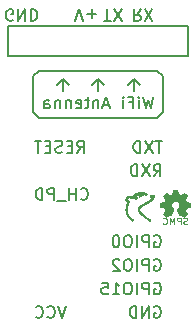
<source format=gbo>
G04 #@! TF.FileFunction,Legend,Bot*
%FSLAX46Y46*%
G04 Gerber Fmt 4.6, Leading zero omitted, Abs format (unit mm)*
G04 Created by KiCad (PCBNEW 4.0.5) date Sat Mar 11 22:07:51 2017*
%MOMM*%
%LPD*%
G01*
G04 APERTURE LIST*
%ADD10C,0.101600*%
%ADD11C,0.203200*%
%ADD12C,0.200000*%
%ADD13C,0.125000*%
%ADD14C,0.152400*%
%ADD15C,0.010000*%
%ADD16O,2.000000X1.500000*%
%ADD17O,2.032000X2.032000*%
%ADD18R,2.032000X2.032000*%
G04 APERTURE END LIST*
D10*
D11*
X57000000Y-33750000D02*
X47000000Y-33750000D01*
X57500000Y-33250000D02*
X57000000Y-33750000D01*
X57500000Y-30250000D02*
X57500000Y-33250000D01*
X57000000Y-29750000D02*
X57500000Y-30250000D01*
X47000000Y-29750000D02*
X57000000Y-29750000D01*
X46500000Y-30250000D02*
X47000000Y-29750000D01*
X46500000Y-33250000D02*
X46500000Y-30250000D01*
X47000000Y-33750000D02*
X46500000Y-33250000D01*
X52000000Y-30500000D02*
X52000000Y-31500000D01*
X52000000Y-30500000D02*
X52500000Y-31000000D01*
X52000000Y-30500000D02*
X51500000Y-31000000D01*
X55000000Y-30500000D02*
X55000000Y-31500000D01*
X55000000Y-30500000D02*
X54500000Y-31000000D01*
X55000000Y-30500000D02*
X55500000Y-31000000D01*
X49000000Y-30500000D02*
X49500000Y-31000000D01*
X49000000Y-30500000D02*
X49000000Y-31500000D01*
X49000000Y-30500000D02*
X48500000Y-31000000D01*
D12*
X56666667Y-31952381D02*
X56428572Y-32952381D01*
X56238095Y-32238095D01*
X56047619Y-32952381D01*
X55809524Y-31952381D01*
X55428572Y-32952381D02*
X55428572Y-32285714D01*
X55428572Y-31952381D02*
X55476191Y-32000000D01*
X55428572Y-32047619D01*
X55380953Y-32000000D01*
X55428572Y-31952381D01*
X55428572Y-32047619D01*
X54619048Y-32428571D02*
X54952382Y-32428571D01*
X54952382Y-32952381D02*
X54952382Y-31952381D01*
X54476191Y-31952381D01*
X54095239Y-32952381D02*
X54095239Y-32285714D01*
X54095239Y-31952381D02*
X54142858Y-32000000D01*
X54095239Y-32047619D01*
X54047620Y-32000000D01*
X54095239Y-31952381D01*
X54095239Y-32047619D01*
X52904763Y-32666667D02*
X52428572Y-32666667D01*
X53000001Y-32952381D02*
X52666668Y-31952381D01*
X52333334Y-32952381D01*
X52000001Y-32285714D02*
X52000001Y-32952381D01*
X52000001Y-32380952D02*
X51952382Y-32333333D01*
X51857144Y-32285714D01*
X51714286Y-32285714D01*
X51619048Y-32333333D01*
X51571429Y-32428571D01*
X51571429Y-32952381D01*
X51238096Y-32285714D02*
X50857144Y-32285714D01*
X51095239Y-31952381D02*
X51095239Y-32809524D01*
X51047620Y-32904762D01*
X50952382Y-32952381D01*
X50857144Y-32952381D01*
X50142857Y-32904762D02*
X50238095Y-32952381D01*
X50428572Y-32952381D01*
X50523810Y-32904762D01*
X50571429Y-32809524D01*
X50571429Y-32428571D01*
X50523810Y-32333333D01*
X50428572Y-32285714D01*
X50238095Y-32285714D01*
X50142857Y-32333333D01*
X50095238Y-32428571D01*
X50095238Y-32523810D01*
X50571429Y-32619048D01*
X49666667Y-32285714D02*
X49666667Y-32952381D01*
X49666667Y-32380952D02*
X49619048Y-32333333D01*
X49523810Y-32285714D01*
X49380952Y-32285714D01*
X49285714Y-32333333D01*
X49238095Y-32428571D01*
X49238095Y-32952381D01*
X48761905Y-32285714D02*
X48761905Y-32952381D01*
X48761905Y-32380952D02*
X48714286Y-32333333D01*
X48619048Y-32285714D01*
X48476190Y-32285714D01*
X48380952Y-32333333D01*
X48333333Y-32428571D01*
X48333333Y-32952381D01*
X47428571Y-32952381D02*
X47428571Y-32428571D01*
X47476190Y-32333333D01*
X47571428Y-32285714D01*
X47761905Y-32285714D01*
X47857143Y-32333333D01*
X47428571Y-32904762D02*
X47523809Y-32952381D01*
X47761905Y-32952381D01*
X47857143Y-32904762D01*
X47904762Y-32809524D01*
X47904762Y-32714286D01*
X47857143Y-32619048D01*
X47761905Y-32571429D01*
X47523809Y-32571429D01*
X47428571Y-32523810D01*
D13*
X59521428Y-42722619D02*
X59442857Y-42748810D01*
X59311904Y-42748810D01*
X59259523Y-42722619D01*
X59233333Y-42696429D01*
X59207142Y-42644048D01*
X59207142Y-42591667D01*
X59233333Y-42539286D01*
X59259523Y-42513095D01*
X59311904Y-42486905D01*
X59416666Y-42460714D01*
X59469047Y-42434524D01*
X59495238Y-42408333D01*
X59521428Y-42355952D01*
X59521428Y-42303571D01*
X59495238Y-42251190D01*
X59469047Y-42225000D01*
X59416666Y-42198810D01*
X59285714Y-42198810D01*
X59207142Y-42225000D01*
X58971428Y-42748810D02*
X58971428Y-42198810D01*
X58761904Y-42198810D01*
X58709523Y-42225000D01*
X58683332Y-42251190D01*
X58657142Y-42303571D01*
X58657142Y-42382143D01*
X58683332Y-42434524D01*
X58709523Y-42460714D01*
X58761904Y-42486905D01*
X58971428Y-42486905D01*
X58421428Y-42748810D02*
X58421428Y-42198810D01*
X58238094Y-42591667D01*
X58054761Y-42198810D01*
X58054761Y-42748810D01*
X57478571Y-42696429D02*
X57504761Y-42722619D01*
X57583333Y-42748810D01*
X57635714Y-42748810D01*
X57714285Y-42722619D01*
X57766666Y-42670238D01*
X57792857Y-42617857D01*
X57819047Y-42513095D01*
X57819047Y-42434524D01*
X57792857Y-42329762D01*
X57766666Y-42277381D01*
X57714285Y-42225000D01*
X57635714Y-42198810D01*
X57583333Y-42198810D01*
X57504761Y-42225000D01*
X57478571Y-42251190D01*
D12*
X55583334Y-24547619D02*
X55250000Y-25023810D01*
X55011905Y-24547619D02*
X55011905Y-25547619D01*
X55392858Y-25547619D01*
X55488096Y-25500000D01*
X55535715Y-25452381D01*
X55583334Y-25357143D01*
X55583334Y-25214286D01*
X55535715Y-25119048D01*
X55488096Y-25071429D01*
X55392858Y-25023810D01*
X55011905Y-25023810D01*
X55916667Y-25547619D02*
X56583334Y-24547619D01*
X56583334Y-25547619D02*
X55916667Y-24547619D01*
X52488095Y-25547619D02*
X53059524Y-25547619D01*
X52773809Y-24547619D02*
X52773809Y-25547619D01*
X53297619Y-25547619D02*
X53964286Y-24547619D01*
X53964286Y-25547619D02*
X53297619Y-24547619D01*
X50047619Y-25547619D02*
X50380952Y-24547619D01*
X50714286Y-25547619D01*
X51047619Y-24928571D02*
X51809524Y-24928571D01*
X51428572Y-24547619D02*
X51428572Y-25309524D01*
X56738095Y-49750000D02*
X56833333Y-49702381D01*
X56976190Y-49702381D01*
X57119048Y-49750000D01*
X57214286Y-49845238D01*
X57261905Y-49940476D01*
X57309524Y-50130952D01*
X57309524Y-50273810D01*
X57261905Y-50464286D01*
X57214286Y-50559524D01*
X57119048Y-50654762D01*
X56976190Y-50702381D01*
X56880952Y-50702381D01*
X56738095Y-50654762D01*
X56690476Y-50607143D01*
X56690476Y-50273810D01*
X56880952Y-50273810D01*
X56261905Y-50702381D02*
X56261905Y-49702381D01*
X55690476Y-50702381D01*
X55690476Y-49702381D01*
X55214286Y-50702381D02*
X55214286Y-49702381D01*
X54976191Y-49702381D01*
X54833333Y-49750000D01*
X54738095Y-49845238D01*
X54690476Y-49940476D01*
X54642857Y-50130952D01*
X54642857Y-50273810D01*
X54690476Y-50464286D01*
X54738095Y-50559524D01*
X54833333Y-50654762D01*
X54976191Y-50702381D01*
X55214286Y-50702381D01*
X56738095Y-47750000D02*
X56833333Y-47702381D01*
X56976190Y-47702381D01*
X57119048Y-47750000D01*
X57214286Y-47845238D01*
X57261905Y-47940476D01*
X57309524Y-48130952D01*
X57309524Y-48273810D01*
X57261905Y-48464286D01*
X57214286Y-48559524D01*
X57119048Y-48654762D01*
X56976190Y-48702381D01*
X56880952Y-48702381D01*
X56738095Y-48654762D01*
X56690476Y-48607143D01*
X56690476Y-48273810D01*
X56880952Y-48273810D01*
X56261905Y-48702381D02*
X56261905Y-47702381D01*
X55880952Y-47702381D01*
X55785714Y-47750000D01*
X55738095Y-47797619D01*
X55690476Y-47892857D01*
X55690476Y-48035714D01*
X55738095Y-48130952D01*
X55785714Y-48178571D01*
X55880952Y-48226190D01*
X56261905Y-48226190D01*
X55261905Y-48702381D02*
X55261905Y-47702381D01*
X54595239Y-47702381D02*
X54404762Y-47702381D01*
X54309524Y-47750000D01*
X54214286Y-47845238D01*
X54166667Y-48035714D01*
X54166667Y-48369048D01*
X54214286Y-48559524D01*
X54309524Y-48654762D01*
X54404762Y-48702381D01*
X54595239Y-48702381D01*
X54690477Y-48654762D01*
X54785715Y-48559524D01*
X54833334Y-48369048D01*
X54833334Y-48035714D01*
X54785715Y-47845238D01*
X54690477Y-47750000D01*
X54595239Y-47702381D01*
X53214286Y-48702381D02*
X53785715Y-48702381D01*
X53500001Y-48702381D02*
X53500001Y-47702381D01*
X53595239Y-47845238D01*
X53690477Y-47940476D01*
X53785715Y-47988095D01*
X52309524Y-47702381D02*
X52785715Y-47702381D01*
X52833334Y-48178571D01*
X52785715Y-48130952D01*
X52690477Y-48083333D01*
X52452381Y-48083333D01*
X52357143Y-48130952D01*
X52309524Y-48178571D01*
X52261905Y-48273810D01*
X52261905Y-48511905D01*
X52309524Y-48607143D01*
X52357143Y-48654762D01*
X52452381Y-48702381D01*
X52690477Y-48702381D01*
X52785715Y-48654762D01*
X52833334Y-48607143D01*
X56738095Y-45750000D02*
X56833333Y-45702381D01*
X56976190Y-45702381D01*
X57119048Y-45750000D01*
X57214286Y-45845238D01*
X57261905Y-45940476D01*
X57309524Y-46130952D01*
X57309524Y-46273810D01*
X57261905Y-46464286D01*
X57214286Y-46559524D01*
X57119048Y-46654762D01*
X56976190Y-46702381D01*
X56880952Y-46702381D01*
X56738095Y-46654762D01*
X56690476Y-46607143D01*
X56690476Y-46273810D01*
X56880952Y-46273810D01*
X56261905Y-46702381D02*
X56261905Y-45702381D01*
X55880952Y-45702381D01*
X55785714Y-45750000D01*
X55738095Y-45797619D01*
X55690476Y-45892857D01*
X55690476Y-46035714D01*
X55738095Y-46130952D01*
X55785714Y-46178571D01*
X55880952Y-46226190D01*
X56261905Y-46226190D01*
X55261905Y-46702381D02*
X55261905Y-45702381D01*
X54595239Y-45702381D02*
X54404762Y-45702381D01*
X54309524Y-45750000D01*
X54214286Y-45845238D01*
X54166667Y-46035714D01*
X54166667Y-46369048D01*
X54214286Y-46559524D01*
X54309524Y-46654762D01*
X54404762Y-46702381D01*
X54595239Y-46702381D01*
X54690477Y-46654762D01*
X54785715Y-46559524D01*
X54833334Y-46369048D01*
X54833334Y-46035714D01*
X54785715Y-45845238D01*
X54690477Y-45750000D01*
X54595239Y-45702381D01*
X53785715Y-45797619D02*
X53738096Y-45750000D01*
X53642858Y-45702381D01*
X53404762Y-45702381D01*
X53309524Y-45750000D01*
X53261905Y-45797619D01*
X53214286Y-45892857D01*
X53214286Y-45988095D01*
X53261905Y-46130952D01*
X53833334Y-46702381D01*
X53214286Y-46702381D01*
X56738095Y-43750000D02*
X56833333Y-43702381D01*
X56976190Y-43702381D01*
X57119048Y-43750000D01*
X57214286Y-43845238D01*
X57261905Y-43940476D01*
X57309524Y-44130952D01*
X57309524Y-44273810D01*
X57261905Y-44464286D01*
X57214286Y-44559524D01*
X57119048Y-44654762D01*
X56976190Y-44702381D01*
X56880952Y-44702381D01*
X56738095Y-44654762D01*
X56690476Y-44607143D01*
X56690476Y-44273810D01*
X56880952Y-44273810D01*
X56261905Y-44702381D02*
X56261905Y-43702381D01*
X55880952Y-43702381D01*
X55785714Y-43750000D01*
X55738095Y-43797619D01*
X55690476Y-43892857D01*
X55690476Y-44035714D01*
X55738095Y-44130952D01*
X55785714Y-44178571D01*
X55880952Y-44226190D01*
X56261905Y-44226190D01*
X55261905Y-44702381D02*
X55261905Y-43702381D01*
X54595239Y-43702381D02*
X54404762Y-43702381D01*
X54309524Y-43750000D01*
X54214286Y-43845238D01*
X54166667Y-44035714D01*
X54166667Y-44369048D01*
X54214286Y-44559524D01*
X54309524Y-44654762D01*
X54404762Y-44702381D01*
X54595239Y-44702381D01*
X54690477Y-44654762D01*
X54785715Y-44559524D01*
X54833334Y-44369048D01*
X54833334Y-44035714D01*
X54785715Y-43845238D01*
X54690477Y-43750000D01*
X54595239Y-43702381D01*
X53547620Y-43702381D02*
X53452381Y-43702381D01*
X53357143Y-43750000D01*
X53309524Y-43797619D01*
X53261905Y-43892857D01*
X53214286Y-44083333D01*
X53214286Y-44321429D01*
X53261905Y-44511905D01*
X53309524Y-44607143D01*
X53357143Y-44654762D01*
X53452381Y-44702381D01*
X53547620Y-44702381D01*
X53642858Y-44654762D01*
X53690477Y-44607143D01*
X53738096Y-44511905D01*
X53785715Y-44321429D01*
X53785715Y-44083333D01*
X53738096Y-43892857D01*
X53690477Y-43797619D01*
X53642858Y-43750000D01*
X53547620Y-43702381D01*
X56690476Y-38702381D02*
X57023810Y-38226190D01*
X57261905Y-38702381D02*
X57261905Y-37702381D01*
X56880952Y-37702381D01*
X56785714Y-37750000D01*
X56738095Y-37797619D01*
X56690476Y-37892857D01*
X56690476Y-38035714D01*
X56738095Y-38130952D01*
X56785714Y-38178571D01*
X56880952Y-38226190D01*
X57261905Y-38226190D01*
X56357143Y-37702381D02*
X55690476Y-38702381D01*
X55690476Y-37702381D02*
X56357143Y-38702381D01*
X55309524Y-38702381D02*
X55309524Y-37702381D01*
X55071429Y-37702381D01*
X54928571Y-37750000D01*
X54833333Y-37845238D01*
X54785714Y-37940476D01*
X54738095Y-38130952D01*
X54738095Y-38273810D01*
X54785714Y-38464286D01*
X54833333Y-38559524D01*
X54928571Y-38654762D01*
X55071429Y-38702381D01*
X55309524Y-38702381D01*
X57404762Y-35702381D02*
X56833333Y-35702381D01*
X57119048Y-36702381D02*
X57119048Y-35702381D01*
X56595238Y-35702381D02*
X55928571Y-36702381D01*
X55928571Y-35702381D02*
X56595238Y-36702381D01*
X55547619Y-36702381D02*
X55547619Y-35702381D01*
X55309524Y-35702381D01*
X55166666Y-35750000D01*
X55071428Y-35845238D01*
X55023809Y-35940476D01*
X54976190Y-36130952D01*
X54976190Y-36273810D01*
X55023809Y-36464286D01*
X55071428Y-36559524D01*
X55166666Y-36654762D01*
X55309524Y-36702381D01*
X55547619Y-36702381D01*
X44738096Y-25500000D02*
X44642858Y-25547619D01*
X44500001Y-25547619D01*
X44357143Y-25500000D01*
X44261905Y-25404762D01*
X44214286Y-25309524D01*
X44166667Y-25119048D01*
X44166667Y-24976190D01*
X44214286Y-24785714D01*
X44261905Y-24690476D01*
X44357143Y-24595238D01*
X44500001Y-24547619D01*
X44595239Y-24547619D01*
X44738096Y-24595238D01*
X44785715Y-24642857D01*
X44785715Y-24976190D01*
X44595239Y-24976190D01*
X45214286Y-24547619D02*
X45214286Y-25547619D01*
X45785715Y-24547619D01*
X45785715Y-25547619D01*
X46261905Y-24547619D02*
X46261905Y-25547619D01*
X46500000Y-25547619D01*
X46642858Y-25500000D01*
X46738096Y-25404762D01*
X46785715Y-25309524D01*
X46833334Y-25119048D01*
X46833334Y-24976190D01*
X46785715Y-24785714D01*
X46738096Y-24690476D01*
X46642858Y-24595238D01*
X46500000Y-24547619D01*
X46261905Y-24547619D01*
D11*
X49261905Y-49702381D02*
X48928572Y-50702381D01*
X48595238Y-49702381D01*
X47690476Y-50607143D02*
X47738095Y-50654762D01*
X47880952Y-50702381D01*
X47976190Y-50702381D01*
X48119048Y-50654762D01*
X48214286Y-50559524D01*
X48261905Y-50464286D01*
X48309524Y-50273810D01*
X48309524Y-50130952D01*
X48261905Y-49940476D01*
X48214286Y-49845238D01*
X48119048Y-49750000D01*
X47976190Y-49702381D01*
X47880952Y-49702381D01*
X47738095Y-49750000D01*
X47690476Y-49797619D01*
X46690476Y-50607143D02*
X46738095Y-50654762D01*
X46880952Y-50702381D01*
X46976190Y-50702381D01*
X47119048Y-50654762D01*
X47214286Y-50559524D01*
X47261905Y-50464286D01*
X47309524Y-50273810D01*
X47309524Y-50130952D01*
X47261905Y-49940476D01*
X47214286Y-49845238D01*
X47119048Y-49750000D01*
X46976190Y-49702381D01*
X46880952Y-49702381D01*
X46738095Y-49750000D01*
X46690476Y-49797619D01*
D12*
X50500000Y-40607143D02*
X50547619Y-40654762D01*
X50690476Y-40702381D01*
X50785714Y-40702381D01*
X50928572Y-40654762D01*
X51023810Y-40559524D01*
X51071429Y-40464286D01*
X51119048Y-40273810D01*
X51119048Y-40130952D01*
X51071429Y-39940476D01*
X51023810Y-39845238D01*
X50928572Y-39750000D01*
X50785714Y-39702381D01*
X50690476Y-39702381D01*
X50547619Y-39750000D01*
X50500000Y-39797619D01*
X50071429Y-40702381D02*
X50071429Y-39702381D01*
X50071429Y-40178571D02*
X49500000Y-40178571D01*
X49500000Y-40702381D02*
X49500000Y-39702381D01*
X49261905Y-40797619D02*
X48500000Y-40797619D01*
X48261905Y-40702381D02*
X48261905Y-39702381D01*
X47880952Y-39702381D01*
X47785714Y-39750000D01*
X47738095Y-39797619D01*
X47690476Y-39892857D01*
X47690476Y-40035714D01*
X47738095Y-40130952D01*
X47785714Y-40178571D01*
X47880952Y-40226190D01*
X48261905Y-40226190D01*
X47261905Y-40702381D02*
X47261905Y-39702381D01*
X47023810Y-39702381D01*
X46880952Y-39750000D01*
X46785714Y-39845238D01*
X46738095Y-39940476D01*
X46690476Y-40130952D01*
X46690476Y-40273810D01*
X46738095Y-40464286D01*
X46785714Y-40559524D01*
X46880952Y-40654762D01*
X47023810Y-40702381D01*
X47261905Y-40702381D01*
X50214286Y-36702381D02*
X50547620Y-36226190D01*
X50785715Y-36702381D02*
X50785715Y-35702381D01*
X50404762Y-35702381D01*
X50309524Y-35750000D01*
X50261905Y-35797619D01*
X50214286Y-35892857D01*
X50214286Y-36035714D01*
X50261905Y-36130952D01*
X50309524Y-36178571D01*
X50404762Y-36226190D01*
X50785715Y-36226190D01*
X49785715Y-36178571D02*
X49452381Y-36178571D01*
X49309524Y-36702381D02*
X49785715Y-36702381D01*
X49785715Y-35702381D01*
X49309524Y-35702381D01*
X48928572Y-36654762D02*
X48785715Y-36702381D01*
X48547619Y-36702381D01*
X48452381Y-36654762D01*
X48404762Y-36607143D01*
X48357143Y-36511905D01*
X48357143Y-36416667D01*
X48404762Y-36321429D01*
X48452381Y-36273810D01*
X48547619Y-36226190D01*
X48738096Y-36178571D01*
X48833334Y-36130952D01*
X48880953Y-36083333D01*
X48928572Y-35988095D01*
X48928572Y-35892857D01*
X48880953Y-35797619D01*
X48833334Y-35750000D01*
X48738096Y-35702381D01*
X48500000Y-35702381D01*
X48357143Y-35750000D01*
X47928572Y-36178571D02*
X47595238Y-36178571D01*
X47452381Y-36702381D02*
X47928572Y-36702381D01*
X47928572Y-35702381D01*
X47452381Y-35702381D01*
X47166667Y-35702381D02*
X46595238Y-35702381D01*
X46880953Y-36702381D02*
X46880953Y-35702381D01*
D14*
X44380000Y-28520000D02*
X59620000Y-28520000D01*
X59620000Y-28520000D02*
X59620000Y-25980000D01*
X59620000Y-25980000D02*
X44380000Y-25980000D01*
X44380000Y-25980000D02*
X44380000Y-28520000D01*
D15*
G36*
X56646610Y-40279412D02*
X56636503Y-40280643D01*
X56622587Y-40282564D01*
X56605511Y-40285068D01*
X56585925Y-40288051D01*
X56564476Y-40291404D01*
X56541814Y-40295022D01*
X56518588Y-40298799D01*
X56495446Y-40302628D01*
X56473038Y-40306402D01*
X56452012Y-40310016D01*
X56433018Y-40313363D01*
X56416704Y-40316336D01*
X56403718Y-40318830D01*
X56394711Y-40320737D01*
X56390467Y-40321894D01*
X56375988Y-40330426D01*
X56364840Y-40342641D01*
X56357548Y-40357733D01*
X56354635Y-40374900D01*
X56354605Y-40376900D01*
X56356944Y-40394440D01*
X56363589Y-40409554D01*
X56373978Y-40421669D01*
X56387550Y-40430212D01*
X56403743Y-40434609D01*
X56411560Y-40435083D01*
X56418151Y-40434645D01*
X56429087Y-40433412D01*
X56443501Y-40431504D01*
X56460526Y-40429041D01*
X56479295Y-40426144D01*
X56497480Y-40423177D01*
X56516212Y-40420047D01*
X56533192Y-40417225D01*
X56547732Y-40414824D01*
X56559148Y-40412956D01*
X56566753Y-40411734D01*
X56569861Y-40411272D01*
X56569887Y-40411270D01*
X56569743Y-40413503D01*
X56567713Y-40419582D01*
X56564196Y-40428582D01*
X56559590Y-40439576D01*
X56554293Y-40451638D01*
X56548703Y-40463841D01*
X56543218Y-40475259D01*
X56538236Y-40484966D01*
X56538134Y-40485156D01*
X56513716Y-40526017D01*
X56484977Y-40566026D01*
X56451791Y-40605296D01*
X56414032Y-40643944D01*
X56371575Y-40682082D01*
X56324294Y-40719826D01*
X56272065Y-40757290D01*
X56214762Y-40794589D01*
X56169396Y-40821929D01*
X56155475Y-40830029D01*
X56142172Y-40837678D01*
X56129075Y-40845091D01*
X56115771Y-40852484D01*
X56101847Y-40860072D01*
X56086892Y-40868070D01*
X56070490Y-40876695D01*
X56052231Y-40886162D01*
X56031702Y-40896685D01*
X56008489Y-40908481D01*
X55982180Y-40921765D01*
X55952361Y-40936753D01*
X55918622Y-40953659D01*
X55881000Y-40972473D01*
X55836295Y-40994862D01*
X55796006Y-41015151D01*
X55759783Y-41033537D01*
X55727275Y-41050216D01*
X55698130Y-41065385D01*
X55671999Y-41079242D01*
X55648529Y-41091981D01*
X55627372Y-41103801D01*
X55608174Y-41114897D01*
X55590586Y-41125467D01*
X55574257Y-41135706D01*
X55558836Y-41145812D01*
X55543971Y-41155981D01*
X55529313Y-41166410D01*
X55514510Y-41177295D01*
X55511527Y-41179525D01*
X55475893Y-41207686D01*
X55445006Y-41235327D01*
X55418422Y-41262950D01*
X55395698Y-41291059D01*
X55376389Y-41320156D01*
X55360050Y-41350744D01*
X55359682Y-41351520D01*
X55345281Y-41387502D01*
X55335830Y-41424219D01*
X55331346Y-41461725D01*
X55331847Y-41500076D01*
X55337347Y-41539325D01*
X55347864Y-41579527D01*
X55363413Y-41620738D01*
X55384012Y-41663011D01*
X55409677Y-41706403D01*
X55440423Y-41750966D01*
X55476267Y-41796757D01*
X55501944Y-41826791D01*
X55540827Y-41868958D01*
X55584612Y-41912864D01*
X55633223Y-41958450D01*
X55686585Y-42005654D01*
X55744624Y-42054415D01*
X55807265Y-42104672D01*
X55874432Y-42156365D01*
X55946052Y-42209433D01*
X56022049Y-42263814D01*
X56102348Y-42319448D01*
X56131017Y-42338909D01*
X56151404Y-42352618D01*
X56172587Y-42366757D01*
X56194028Y-42380973D01*
X56215188Y-42394918D01*
X56235529Y-42408239D01*
X56254512Y-42420586D01*
X56271598Y-42431607D01*
X56286249Y-42440953D01*
X56297925Y-42448273D01*
X56306089Y-42453215D01*
X56309199Y-42454956D01*
X56318305Y-42457751D01*
X56330248Y-42458950D01*
X56342822Y-42458562D01*
X56353821Y-42456596D01*
X56358573Y-42454756D01*
X56373626Y-42444230D01*
X56384207Y-42430926D01*
X56390210Y-42415017D01*
X56391646Y-42400937D01*
X56389579Y-42383609D01*
X56383201Y-42369051D01*
X56374029Y-42358220D01*
X56369798Y-42354898D01*
X56361800Y-42349187D01*
X56350725Y-42341558D01*
X56337259Y-42332478D01*
X56322090Y-42322418D01*
X56308303Y-42313401D01*
X56218302Y-42254094D01*
X56133248Y-42196346D01*
X56053146Y-42140163D01*
X55978002Y-42085548D01*
X55907821Y-42032508D01*
X55842609Y-41981046D01*
X55782370Y-41931169D01*
X55727111Y-41882881D01*
X55676837Y-41836187D01*
X55631552Y-41791091D01*
X55591264Y-41747600D01*
X55555976Y-41705718D01*
X55525695Y-41665450D01*
X55500425Y-41626800D01*
X55480173Y-41589775D01*
X55464943Y-41554378D01*
X55457061Y-41529795D01*
X55452609Y-41506899D01*
X55450857Y-41482173D01*
X55451784Y-41457430D01*
X55455365Y-41434480D01*
X55458450Y-41423302D01*
X55469630Y-41396895D01*
X55485804Y-41370330D01*
X55507017Y-41343558D01*
X55533316Y-41316533D01*
X55564747Y-41289207D01*
X55601356Y-41261532D01*
X55643190Y-41233461D01*
X55644716Y-41232492D01*
X55658989Y-41223574D01*
X55673679Y-41214678D01*
X55689183Y-41205593D01*
X55705895Y-41196111D01*
X55724212Y-41186021D01*
X55744528Y-41175114D01*
X55767240Y-41163178D01*
X55792743Y-41150005D01*
X55821431Y-41135384D01*
X55853702Y-41119105D01*
X55889949Y-41100959D01*
X55930569Y-41080736D01*
X55930882Y-41080580D01*
X55977782Y-41057217D01*
X56020291Y-41035898D01*
X56058800Y-41016409D01*
X56093702Y-40998536D01*
X56125391Y-40982064D01*
X56154259Y-40966780D01*
X56180700Y-40952470D01*
X56205106Y-40938918D01*
X56227872Y-40925912D01*
X56249388Y-40913236D01*
X56270050Y-40900678D01*
X56290249Y-40888022D01*
X56310379Y-40875055D01*
X56321532Y-40867733D01*
X56382425Y-40825274D01*
X56438150Y-40781737D01*
X56488727Y-40737103D01*
X56534174Y-40691349D01*
X56574507Y-40644455D01*
X56609747Y-40596400D01*
X56639910Y-40547164D01*
X56665015Y-40496724D01*
X56682595Y-40452307D01*
X56691222Y-40425868D01*
X56698224Y-40400670D01*
X56703506Y-40377301D01*
X56706971Y-40356347D01*
X56708524Y-40338396D01*
X56708070Y-40324036D01*
X56705513Y-40313854D01*
X56705231Y-40313269D01*
X56694941Y-40297949D01*
X56681911Y-40286997D01*
X56666473Y-40280629D01*
X56652259Y-40278979D01*
X56646610Y-40279412D01*
X56646610Y-40279412D01*
G37*
X56646610Y-40279412D02*
X56636503Y-40280643D01*
X56622587Y-40282564D01*
X56605511Y-40285068D01*
X56585925Y-40288051D01*
X56564476Y-40291404D01*
X56541814Y-40295022D01*
X56518588Y-40298799D01*
X56495446Y-40302628D01*
X56473038Y-40306402D01*
X56452012Y-40310016D01*
X56433018Y-40313363D01*
X56416704Y-40316336D01*
X56403718Y-40318830D01*
X56394711Y-40320737D01*
X56390467Y-40321894D01*
X56375988Y-40330426D01*
X56364840Y-40342641D01*
X56357548Y-40357733D01*
X56354635Y-40374900D01*
X56354605Y-40376900D01*
X56356944Y-40394440D01*
X56363589Y-40409554D01*
X56373978Y-40421669D01*
X56387550Y-40430212D01*
X56403743Y-40434609D01*
X56411560Y-40435083D01*
X56418151Y-40434645D01*
X56429087Y-40433412D01*
X56443501Y-40431504D01*
X56460526Y-40429041D01*
X56479295Y-40426144D01*
X56497480Y-40423177D01*
X56516212Y-40420047D01*
X56533192Y-40417225D01*
X56547732Y-40414824D01*
X56559148Y-40412956D01*
X56566753Y-40411734D01*
X56569861Y-40411272D01*
X56569887Y-40411270D01*
X56569743Y-40413503D01*
X56567713Y-40419582D01*
X56564196Y-40428582D01*
X56559590Y-40439576D01*
X56554293Y-40451638D01*
X56548703Y-40463841D01*
X56543218Y-40475259D01*
X56538236Y-40484966D01*
X56538134Y-40485156D01*
X56513716Y-40526017D01*
X56484977Y-40566026D01*
X56451791Y-40605296D01*
X56414032Y-40643944D01*
X56371575Y-40682082D01*
X56324294Y-40719826D01*
X56272065Y-40757290D01*
X56214762Y-40794589D01*
X56169396Y-40821929D01*
X56155475Y-40830029D01*
X56142172Y-40837678D01*
X56129075Y-40845091D01*
X56115771Y-40852484D01*
X56101847Y-40860072D01*
X56086892Y-40868070D01*
X56070490Y-40876695D01*
X56052231Y-40886162D01*
X56031702Y-40896685D01*
X56008489Y-40908481D01*
X55982180Y-40921765D01*
X55952361Y-40936753D01*
X55918622Y-40953659D01*
X55881000Y-40972473D01*
X55836295Y-40994862D01*
X55796006Y-41015151D01*
X55759783Y-41033537D01*
X55727275Y-41050216D01*
X55698130Y-41065385D01*
X55671999Y-41079242D01*
X55648529Y-41091981D01*
X55627372Y-41103801D01*
X55608174Y-41114897D01*
X55590586Y-41125467D01*
X55574257Y-41135706D01*
X55558836Y-41145812D01*
X55543971Y-41155981D01*
X55529313Y-41166410D01*
X55514510Y-41177295D01*
X55511527Y-41179525D01*
X55475893Y-41207686D01*
X55445006Y-41235327D01*
X55418422Y-41262950D01*
X55395698Y-41291059D01*
X55376389Y-41320156D01*
X55360050Y-41350744D01*
X55359682Y-41351520D01*
X55345281Y-41387502D01*
X55335830Y-41424219D01*
X55331346Y-41461725D01*
X55331847Y-41500076D01*
X55337347Y-41539325D01*
X55347864Y-41579527D01*
X55363413Y-41620738D01*
X55384012Y-41663011D01*
X55409677Y-41706403D01*
X55440423Y-41750966D01*
X55476267Y-41796757D01*
X55501944Y-41826791D01*
X55540827Y-41868958D01*
X55584612Y-41912864D01*
X55633223Y-41958450D01*
X55686585Y-42005654D01*
X55744624Y-42054415D01*
X55807265Y-42104672D01*
X55874432Y-42156365D01*
X55946052Y-42209433D01*
X56022049Y-42263814D01*
X56102348Y-42319448D01*
X56131017Y-42338909D01*
X56151404Y-42352618D01*
X56172587Y-42366757D01*
X56194028Y-42380973D01*
X56215188Y-42394918D01*
X56235529Y-42408239D01*
X56254512Y-42420586D01*
X56271598Y-42431607D01*
X56286249Y-42440953D01*
X56297925Y-42448273D01*
X56306089Y-42453215D01*
X56309199Y-42454956D01*
X56318305Y-42457751D01*
X56330248Y-42458950D01*
X56342822Y-42458562D01*
X56353821Y-42456596D01*
X56358573Y-42454756D01*
X56373626Y-42444230D01*
X56384207Y-42430926D01*
X56390210Y-42415017D01*
X56391646Y-42400937D01*
X56389579Y-42383609D01*
X56383201Y-42369051D01*
X56374029Y-42358220D01*
X56369798Y-42354898D01*
X56361800Y-42349187D01*
X56350725Y-42341558D01*
X56337259Y-42332478D01*
X56322090Y-42322418D01*
X56308303Y-42313401D01*
X56218302Y-42254094D01*
X56133248Y-42196346D01*
X56053146Y-42140163D01*
X55978002Y-42085548D01*
X55907821Y-42032508D01*
X55842609Y-41981046D01*
X55782370Y-41931169D01*
X55727111Y-41882881D01*
X55676837Y-41836187D01*
X55631552Y-41791091D01*
X55591264Y-41747600D01*
X55555976Y-41705718D01*
X55525695Y-41665450D01*
X55500425Y-41626800D01*
X55480173Y-41589775D01*
X55464943Y-41554378D01*
X55457061Y-41529795D01*
X55452609Y-41506899D01*
X55450857Y-41482173D01*
X55451784Y-41457430D01*
X55455365Y-41434480D01*
X55458450Y-41423302D01*
X55469630Y-41396895D01*
X55485804Y-41370330D01*
X55507017Y-41343558D01*
X55533316Y-41316533D01*
X55564747Y-41289207D01*
X55601356Y-41261532D01*
X55643190Y-41233461D01*
X55644716Y-41232492D01*
X55658989Y-41223574D01*
X55673679Y-41214678D01*
X55689183Y-41205593D01*
X55705895Y-41196111D01*
X55724212Y-41186021D01*
X55744528Y-41175114D01*
X55767240Y-41163178D01*
X55792743Y-41150005D01*
X55821431Y-41135384D01*
X55853702Y-41119105D01*
X55889949Y-41100959D01*
X55930569Y-41080736D01*
X55930882Y-41080580D01*
X55977782Y-41057217D01*
X56020291Y-41035898D01*
X56058800Y-41016409D01*
X56093702Y-40998536D01*
X56125391Y-40982064D01*
X56154259Y-40966780D01*
X56180700Y-40952470D01*
X56205106Y-40938918D01*
X56227872Y-40925912D01*
X56249388Y-40913236D01*
X56270050Y-40900678D01*
X56290249Y-40888022D01*
X56310379Y-40875055D01*
X56321532Y-40867733D01*
X56382425Y-40825274D01*
X56438150Y-40781737D01*
X56488727Y-40737103D01*
X56534174Y-40691349D01*
X56574507Y-40644455D01*
X56609747Y-40596400D01*
X56639910Y-40547164D01*
X56665015Y-40496724D01*
X56682595Y-40452307D01*
X56691222Y-40425868D01*
X56698224Y-40400670D01*
X56703506Y-40377301D01*
X56706971Y-40356347D01*
X56708524Y-40338396D01*
X56708070Y-40324036D01*
X56705513Y-40313854D01*
X56705231Y-40313269D01*
X56694941Y-40297949D01*
X56681911Y-40286997D01*
X56666473Y-40280629D01*
X56652259Y-40278979D01*
X56646610Y-40279412D01*
G36*
X54452378Y-40915520D02*
X54439308Y-40920604D01*
X54427540Y-40929494D01*
X54423575Y-40933468D01*
X54420121Y-40937838D01*
X54416863Y-40943319D01*
X54413488Y-40950632D01*
X54409681Y-40960491D01*
X54405129Y-40973616D01*
X54399517Y-40990724D01*
X54396160Y-41001169D01*
X54372303Y-41078954D01*
X54351784Y-41152985D01*
X54334570Y-41223583D01*
X54320627Y-41291071D01*
X54309921Y-41355772D01*
X54302418Y-41418009D01*
X54298084Y-41478104D01*
X54296886Y-41536380D01*
X54298789Y-41593159D01*
X54303760Y-41648764D01*
X54311764Y-41703518D01*
X54318654Y-41739166D01*
X54335505Y-41805954D01*
X54357545Y-41871734D01*
X54384768Y-41936496D01*
X54417166Y-42000230D01*
X54454732Y-42062924D01*
X54497459Y-42124569D01*
X54545338Y-42185153D01*
X54598364Y-42244665D01*
X54656528Y-42303096D01*
X54719823Y-42360433D01*
X54773719Y-42405166D01*
X54792704Y-42420247D01*
X54808080Y-42432233D01*
X54820281Y-42441443D01*
X54829737Y-42448199D01*
X54836880Y-42452824D01*
X54840395Y-42454791D01*
X54849769Y-42457698D01*
X54861904Y-42458956D01*
X54874599Y-42458565D01*
X54885649Y-42456529D01*
X54890136Y-42454756D01*
X54905189Y-42444230D01*
X54915770Y-42430926D01*
X54921773Y-42415017D01*
X54923209Y-42400937D01*
X54922748Y-42390703D01*
X54921027Y-42381839D01*
X54917541Y-42373657D01*
X54911782Y-42365468D01*
X54903246Y-42356583D01*
X54891426Y-42346315D01*
X54875816Y-42333974D01*
X54871615Y-42330755D01*
X54819349Y-42288988D01*
X54768813Y-42244925D01*
X54720620Y-42199185D01*
X54675377Y-42152391D01*
X54633697Y-42105160D01*
X54596187Y-42058115D01*
X54575454Y-42029543D01*
X54538207Y-41972078D01*
X54505973Y-41913653D01*
X54478721Y-41854119D01*
X54456421Y-41793326D01*
X54439040Y-41731125D01*
X54426549Y-41667368D01*
X54418917Y-41601904D01*
X54416112Y-41534586D01*
X54418103Y-41465264D01*
X54424859Y-41393788D01*
X54432462Y-41342063D01*
X54441522Y-41293284D01*
X54452836Y-41241086D01*
X54466092Y-41186676D01*
X54480977Y-41131261D01*
X54497179Y-41076050D01*
X54514385Y-41022250D01*
X54518276Y-41010717D01*
X54524208Y-40989688D01*
X54526407Y-40971823D01*
X54524812Y-40956472D01*
X54519362Y-40942988D01*
X54510818Y-40931596D01*
X54498178Y-40921298D01*
X54483300Y-40915524D01*
X54468100Y-40913979D01*
X54452378Y-40915520D01*
X54452378Y-40915520D01*
G37*
X54452378Y-40915520D02*
X54439308Y-40920604D01*
X54427540Y-40929494D01*
X54423575Y-40933468D01*
X54420121Y-40937838D01*
X54416863Y-40943319D01*
X54413488Y-40950632D01*
X54409681Y-40960491D01*
X54405129Y-40973616D01*
X54399517Y-40990724D01*
X54396160Y-41001169D01*
X54372303Y-41078954D01*
X54351784Y-41152985D01*
X54334570Y-41223583D01*
X54320627Y-41291071D01*
X54309921Y-41355772D01*
X54302418Y-41418009D01*
X54298084Y-41478104D01*
X54296886Y-41536380D01*
X54298789Y-41593159D01*
X54303760Y-41648764D01*
X54311764Y-41703518D01*
X54318654Y-41739166D01*
X54335505Y-41805954D01*
X54357545Y-41871734D01*
X54384768Y-41936496D01*
X54417166Y-42000230D01*
X54454732Y-42062924D01*
X54497459Y-42124569D01*
X54545338Y-42185153D01*
X54598364Y-42244665D01*
X54656528Y-42303096D01*
X54719823Y-42360433D01*
X54773719Y-42405166D01*
X54792704Y-42420247D01*
X54808080Y-42432233D01*
X54820281Y-42441443D01*
X54829737Y-42448199D01*
X54836880Y-42452824D01*
X54840395Y-42454791D01*
X54849769Y-42457698D01*
X54861904Y-42458956D01*
X54874599Y-42458565D01*
X54885649Y-42456529D01*
X54890136Y-42454756D01*
X54905189Y-42444230D01*
X54915770Y-42430926D01*
X54921773Y-42415017D01*
X54923209Y-42400937D01*
X54922748Y-42390703D01*
X54921027Y-42381839D01*
X54917541Y-42373657D01*
X54911782Y-42365468D01*
X54903246Y-42356583D01*
X54891426Y-42346315D01*
X54875816Y-42333974D01*
X54871615Y-42330755D01*
X54819349Y-42288988D01*
X54768813Y-42244925D01*
X54720620Y-42199185D01*
X54675377Y-42152391D01*
X54633697Y-42105160D01*
X54596187Y-42058115D01*
X54575454Y-42029543D01*
X54538207Y-41972078D01*
X54505973Y-41913653D01*
X54478721Y-41854119D01*
X54456421Y-41793326D01*
X54439040Y-41731125D01*
X54426549Y-41667368D01*
X54418917Y-41601904D01*
X54416112Y-41534586D01*
X54418103Y-41465264D01*
X54424859Y-41393788D01*
X54432462Y-41342063D01*
X54441522Y-41293284D01*
X54452836Y-41241086D01*
X54466092Y-41186676D01*
X54480977Y-41131261D01*
X54497179Y-41076050D01*
X54514385Y-41022250D01*
X54518276Y-41010717D01*
X54524208Y-40989688D01*
X54526407Y-40971823D01*
X54524812Y-40956472D01*
X54519362Y-40942988D01*
X54510818Y-40931596D01*
X54498178Y-40921298D01*
X54483300Y-40915524D01*
X54468100Y-40913979D01*
X54452378Y-40915520D01*
G36*
X54576834Y-40349886D02*
X54555389Y-40351952D01*
X54535692Y-40355782D01*
X54516030Y-40361706D01*
X54495765Y-40369597D01*
X54462540Y-40386311D01*
X54431233Y-40407333D01*
X54402189Y-40432125D01*
X54375758Y-40460150D01*
X54352286Y-40490872D01*
X54332122Y-40523752D01*
X54315611Y-40558253D01*
X54303103Y-40593839D01*
X54294944Y-40629972D01*
X54291482Y-40666114D01*
X54291671Y-40685114D01*
X54293418Y-40707224D01*
X54296605Y-40726043D01*
X54301705Y-40743486D01*
X54309190Y-40761463D01*
X54311916Y-40767135D01*
X54327359Y-40793213D01*
X54346210Y-40815481D01*
X54368681Y-40834112D01*
X54394989Y-40849279D01*
X54425346Y-40861156D01*
X54429859Y-40862545D01*
X54443890Y-40865948D01*
X54459957Y-40868582D01*
X54476922Y-40870394D01*
X54493643Y-40871328D01*
X54508982Y-40871330D01*
X54521798Y-40870347D01*
X54530951Y-40868325D01*
X54532948Y-40867434D01*
X54548177Y-40856545D01*
X54558747Y-40843148D01*
X54564654Y-40827253D01*
X54566021Y-40813411D01*
X54564481Y-40797693D01*
X54559398Y-40784622D01*
X54550506Y-40772846D01*
X54542752Y-40765785D01*
X54533842Y-40760608D01*
X54522655Y-40756905D01*
X54508068Y-40754268D01*
X54495738Y-40752886D01*
X54475994Y-40750519D01*
X54460508Y-40747389D01*
X54448263Y-40743144D01*
X54438240Y-40737429D01*
X54429453Y-40729925D01*
X54419333Y-40716200D01*
X54413013Y-40699571D01*
X54410285Y-40680589D01*
X54410940Y-40659807D01*
X54414772Y-40637776D01*
X54421573Y-40615047D01*
X54431135Y-40592173D01*
X54443250Y-40569706D01*
X54457711Y-40548196D01*
X54474309Y-40528197D01*
X54492838Y-40510259D01*
X54513090Y-40494934D01*
X54519401Y-40490970D01*
X54545772Y-40477760D01*
X54572201Y-40469728D01*
X54598761Y-40466886D01*
X54625523Y-40469248D01*
X54652560Y-40476825D01*
X54679946Y-40489630D01*
X54707752Y-40507674D01*
X54731482Y-40526886D01*
X54744078Y-40537659D01*
X54754054Y-40545206D01*
X54762498Y-40550076D01*
X54770498Y-40552818D01*
X54779143Y-40553978D01*
X54785600Y-40554145D01*
X54803383Y-40551803D01*
X54818560Y-40545114D01*
X54830622Y-40534584D01*
X54839063Y-40520721D01*
X54843375Y-40504032D01*
X54843834Y-40495963D01*
X54843118Y-40484652D01*
X54840578Y-40474787D01*
X54835630Y-40465333D01*
X54827686Y-40455259D01*
X54816161Y-40443531D01*
X54811714Y-40439346D01*
X54779340Y-40412380D01*
X54744896Y-40389561D01*
X54709017Y-40371254D01*
X54672341Y-40357826D01*
X54667733Y-40356509D01*
X54656529Y-40353567D01*
X54646872Y-40351536D01*
X54637282Y-40350254D01*
X54626277Y-40349558D01*
X54612377Y-40349285D01*
X54601740Y-40349257D01*
X54576834Y-40349886D01*
X54576834Y-40349886D01*
G37*
X54576834Y-40349886D02*
X54555389Y-40351952D01*
X54535692Y-40355782D01*
X54516030Y-40361706D01*
X54495765Y-40369597D01*
X54462540Y-40386311D01*
X54431233Y-40407333D01*
X54402189Y-40432125D01*
X54375758Y-40460150D01*
X54352286Y-40490872D01*
X54332122Y-40523752D01*
X54315611Y-40558253D01*
X54303103Y-40593839D01*
X54294944Y-40629972D01*
X54291482Y-40666114D01*
X54291671Y-40685114D01*
X54293418Y-40707224D01*
X54296605Y-40726043D01*
X54301705Y-40743486D01*
X54309190Y-40761463D01*
X54311916Y-40767135D01*
X54327359Y-40793213D01*
X54346210Y-40815481D01*
X54368681Y-40834112D01*
X54394989Y-40849279D01*
X54425346Y-40861156D01*
X54429859Y-40862545D01*
X54443890Y-40865948D01*
X54459957Y-40868582D01*
X54476922Y-40870394D01*
X54493643Y-40871328D01*
X54508982Y-40871330D01*
X54521798Y-40870347D01*
X54530951Y-40868325D01*
X54532948Y-40867434D01*
X54548177Y-40856545D01*
X54558747Y-40843148D01*
X54564654Y-40827253D01*
X54566021Y-40813411D01*
X54564481Y-40797693D01*
X54559398Y-40784622D01*
X54550506Y-40772846D01*
X54542752Y-40765785D01*
X54533842Y-40760608D01*
X54522655Y-40756905D01*
X54508068Y-40754268D01*
X54495738Y-40752886D01*
X54475994Y-40750519D01*
X54460508Y-40747389D01*
X54448263Y-40743144D01*
X54438240Y-40737429D01*
X54429453Y-40729925D01*
X54419333Y-40716200D01*
X54413013Y-40699571D01*
X54410285Y-40680589D01*
X54410940Y-40659807D01*
X54414772Y-40637776D01*
X54421573Y-40615047D01*
X54431135Y-40592173D01*
X54443250Y-40569706D01*
X54457711Y-40548196D01*
X54474309Y-40528197D01*
X54492838Y-40510259D01*
X54513090Y-40494934D01*
X54519401Y-40490970D01*
X54545772Y-40477760D01*
X54572201Y-40469728D01*
X54598761Y-40466886D01*
X54625523Y-40469248D01*
X54652560Y-40476825D01*
X54679946Y-40489630D01*
X54707752Y-40507674D01*
X54731482Y-40526886D01*
X54744078Y-40537659D01*
X54754054Y-40545206D01*
X54762498Y-40550076D01*
X54770498Y-40552818D01*
X54779143Y-40553978D01*
X54785600Y-40554145D01*
X54803383Y-40551803D01*
X54818560Y-40545114D01*
X54830622Y-40534584D01*
X54839063Y-40520721D01*
X54843375Y-40504032D01*
X54843834Y-40495963D01*
X54843118Y-40484652D01*
X54840578Y-40474787D01*
X54835630Y-40465333D01*
X54827686Y-40455259D01*
X54816161Y-40443531D01*
X54811714Y-40439346D01*
X54779340Y-40412380D01*
X54744896Y-40389561D01*
X54709017Y-40371254D01*
X54672341Y-40357826D01*
X54667733Y-40356509D01*
X54656529Y-40353567D01*
X54646872Y-40351536D01*
X54637282Y-40350254D01*
X54626277Y-40349558D01*
X54612377Y-40349285D01*
X54601740Y-40349257D01*
X54576834Y-40349886D01*
G36*
X55616250Y-40044824D02*
X55590953Y-40045056D01*
X55567034Y-40045468D01*
X55545329Y-40046059D01*
X55526669Y-40046828D01*
X55511889Y-40047777D01*
X55506615Y-40048274D01*
X55431289Y-40058275D01*
X55359607Y-40071491D01*
X55291689Y-40087885D01*
X55227654Y-40107422D01*
X55167622Y-40130063D01*
X55111712Y-40155774D01*
X55060043Y-40184518D01*
X55059489Y-40184857D01*
X55025001Y-40207792D01*
X54992287Y-40233124D01*
X54961965Y-40260234D01*
X54934654Y-40288504D01*
X54910972Y-40317317D01*
X54891536Y-40346054D01*
X54883183Y-40361016D01*
X54878863Y-40369852D01*
X54876245Y-40377042D01*
X54874920Y-40384502D01*
X54874481Y-40394152D01*
X54874475Y-40402010D01*
X54875013Y-40416686D01*
X54876643Y-40428213D01*
X54879692Y-40438681D01*
X54880636Y-40441178D01*
X54892976Y-40465929D01*
X54909999Y-40489887D01*
X54931110Y-40512630D01*
X54955713Y-40533739D01*
X54983213Y-40552792D01*
X55013014Y-40569368D01*
X55044521Y-40583046D01*
X55077139Y-40593406D01*
X55104004Y-40599082D01*
X55117663Y-40600588D01*
X55134274Y-40601350D01*
X55152132Y-40601393D01*
X55169534Y-40600739D01*
X55184774Y-40599411D01*
X55194407Y-40597849D01*
X55224747Y-40588761D01*
X55252750Y-40575257D01*
X55279134Y-40556970D01*
X55285951Y-40551271D01*
X55301569Y-40537742D01*
X55284032Y-40518824D01*
X55266495Y-40499081D01*
X55252401Y-40481254D01*
X55240889Y-40464186D01*
X55233059Y-40450492D01*
X55224256Y-40432693D01*
X55218325Y-40417328D01*
X55214799Y-40402720D01*
X55213215Y-40387194D01*
X55213005Y-40378142D01*
X55213152Y-40366021D01*
X55213958Y-40357218D01*
X55215830Y-40349765D01*
X55219174Y-40341693D01*
X55221552Y-40336755D01*
X55233231Y-40318264D01*
X55248353Y-40303612D01*
X55266850Y-40292565D01*
X55273945Y-40289479D01*
X55280428Y-40287463D01*
X55287739Y-40286298D01*
X55297318Y-40285764D01*
X55310606Y-40285640D01*
X55312146Y-40285642D01*
X55331581Y-40286305D01*
X55347704Y-40288560D01*
X55362383Y-40292904D01*
X55377485Y-40299836D01*
X55388583Y-40306068D01*
X55405689Y-40318188D01*
X55423278Y-40334278D01*
X55440378Y-40353217D01*
X55456015Y-40373889D01*
X55469216Y-40395175D01*
X55473744Y-40403915D01*
X55479734Y-40416245D01*
X55498466Y-40405701D01*
X55544355Y-40381317D01*
X55590772Y-40359426D01*
X55636384Y-40340623D01*
X55672753Y-40327765D01*
X55684832Y-40324061D01*
X55699339Y-40319944D01*
X55715281Y-40315661D01*
X55731663Y-40311458D01*
X55747493Y-40307579D01*
X55761776Y-40304272D01*
X55773518Y-40301783D01*
X55781727Y-40300357D01*
X55784428Y-40300115D01*
X55792015Y-40298850D01*
X55794877Y-40295294D01*
X55792958Y-40289522D01*
X55792745Y-40289190D01*
X55785398Y-40274336D01*
X55781256Y-40257950D01*
X55780482Y-40241562D01*
X55783237Y-40226705D01*
X55785557Y-40221150D01*
X55794028Y-40210063D01*
X55806273Y-40201462D01*
X55821190Y-40195779D01*
X55837674Y-40193448D01*
X55853127Y-40194608D01*
X55874076Y-40201036D01*
X55892452Y-40211983D01*
X55908063Y-40227242D01*
X55920712Y-40246606D01*
X55930208Y-40269869D01*
X55933026Y-40279999D01*
X55937501Y-40298218D01*
X55964684Y-40296461D01*
X55991771Y-40293443D01*
X56016225Y-40288180D01*
X56037485Y-40280882D01*
X56054993Y-40271763D01*
X56068190Y-40261032D01*
X56072701Y-40255553D01*
X56079692Y-40241257D01*
X56082042Y-40225242D01*
X56079933Y-40207971D01*
X56073549Y-40189903D01*
X56063072Y-40171501D01*
X56048682Y-40153224D01*
X56030563Y-40135535D01*
X56022733Y-40129059D01*
X56000942Y-40113904D01*
X55975698Y-40100253D01*
X55946732Y-40088026D01*
X55913776Y-40077137D01*
X55876562Y-40067505D01*
X55834822Y-40059046D01*
X55788287Y-40051676D01*
X55761938Y-40048227D01*
X55750323Y-40047201D01*
X55734254Y-40046355D01*
X55714562Y-40045689D01*
X55692083Y-40045203D01*
X55667649Y-40044897D01*
X55642093Y-40044771D01*
X55616250Y-40044824D01*
X55616250Y-40044824D01*
G37*
X55616250Y-40044824D02*
X55590953Y-40045056D01*
X55567034Y-40045468D01*
X55545329Y-40046059D01*
X55526669Y-40046828D01*
X55511889Y-40047777D01*
X55506615Y-40048274D01*
X55431289Y-40058275D01*
X55359607Y-40071491D01*
X55291689Y-40087885D01*
X55227654Y-40107422D01*
X55167622Y-40130063D01*
X55111712Y-40155774D01*
X55060043Y-40184518D01*
X55059489Y-40184857D01*
X55025001Y-40207792D01*
X54992287Y-40233124D01*
X54961965Y-40260234D01*
X54934654Y-40288504D01*
X54910972Y-40317317D01*
X54891536Y-40346054D01*
X54883183Y-40361016D01*
X54878863Y-40369852D01*
X54876245Y-40377042D01*
X54874920Y-40384502D01*
X54874481Y-40394152D01*
X54874475Y-40402010D01*
X54875013Y-40416686D01*
X54876643Y-40428213D01*
X54879692Y-40438681D01*
X54880636Y-40441178D01*
X54892976Y-40465929D01*
X54909999Y-40489887D01*
X54931110Y-40512630D01*
X54955713Y-40533739D01*
X54983213Y-40552792D01*
X55013014Y-40569368D01*
X55044521Y-40583046D01*
X55077139Y-40593406D01*
X55104004Y-40599082D01*
X55117663Y-40600588D01*
X55134274Y-40601350D01*
X55152132Y-40601393D01*
X55169534Y-40600739D01*
X55184774Y-40599411D01*
X55194407Y-40597849D01*
X55224747Y-40588761D01*
X55252750Y-40575257D01*
X55279134Y-40556970D01*
X55285951Y-40551271D01*
X55301569Y-40537742D01*
X55284032Y-40518824D01*
X55266495Y-40499081D01*
X55252401Y-40481254D01*
X55240889Y-40464186D01*
X55233059Y-40450492D01*
X55224256Y-40432693D01*
X55218325Y-40417328D01*
X55214799Y-40402720D01*
X55213215Y-40387194D01*
X55213005Y-40378142D01*
X55213152Y-40366021D01*
X55213958Y-40357218D01*
X55215830Y-40349765D01*
X55219174Y-40341693D01*
X55221552Y-40336755D01*
X55233231Y-40318264D01*
X55248353Y-40303612D01*
X55266850Y-40292565D01*
X55273945Y-40289479D01*
X55280428Y-40287463D01*
X55287739Y-40286298D01*
X55297318Y-40285764D01*
X55310606Y-40285640D01*
X55312146Y-40285642D01*
X55331581Y-40286305D01*
X55347704Y-40288560D01*
X55362383Y-40292904D01*
X55377485Y-40299836D01*
X55388583Y-40306068D01*
X55405689Y-40318188D01*
X55423278Y-40334278D01*
X55440378Y-40353217D01*
X55456015Y-40373889D01*
X55469216Y-40395175D01*
X55473744Y-40403915D01*
X55479734Y-40416245D01*
X55498466Y-40405701D01*
X55544355Y-40381317D01*
X55590772Y-40359426D01*
X55636384Y-40340623D01*
X55672753Y-40327765D01*
X55684832Y-40324061D01*
X55699339Y-40319944D01*
X55715281Y-40315661D01*
X55731663Y-40311458D01*
X55747493Y-40307579D01*
X55761776Y-40304272D01*
X55773518Y-40301783D01*
X55781727Y-40300357D01*
X55784428Y-40300115D01*
X55792015Y-40298850D01*
X55794877Y-40295294D01*
X55792958Y-40289522D01*
X55792745Y-40289190D01*
X55785398Y-40274336D01*
X55781256Y-40257950D01*
X55780482Y-40241562D01*
X55783237Y-40226705D01*
X55785557Y-40221150D01*
X55794028Y-40210063D01*
X55806273Y-40201462D01*
X55821190Y-40195779D01*
X55837674Y-40193448D01*
X55853127Y-40194608D01*
X55874076Y-40201036D01*
X55892452Y-40211983D01*
X55908063Y-40227242D01*
X55920712Y-40246606D01*
X55930208Y-40269869D01*
X55933026Y-40279999D01*
X55937501Y-40298218D01*
X55964684Y-40296461D01*
X55991771Y-40293443D01*
X56016225Y-40288180D01*
X56037485Y-40280882D01*
X56054993Y-40271763D01*
X56068190Y-40261032D01*
X56072701Y-40255553D01*
X56079692Y-40241257D01*
X56082042Y-40225242D01*
X56079933Y-40207971D01*
X56073549Y-40189903D01*
X56063072Y-40171501D01*
X56048682Y-40153224D01*
X56030563Y-40135535D01*
X56022733Y-40129059D01*
X56000942Y-40113904D01*
X55975698Y-40100253D01*
X55946732Y-40088026D01*
X55913776Y-40077137D01*
X55876562Y-40067505D01*
X55834822Y-40059046D01*
X55788287Y-40051676D01*
X55761938Y-40048227D01*
X55750323Y-40047201D01*
X55734254Y-40046355D01*
X55714562Y-40045689D01*
X55692083Y-40045203D01*
X55667649Y-40044897D01*
X55642093Y-40044771D01*
X55616250Y-40044824D01*
G36*
X58329397Y-39879048D02*
X58327748Y-39884084D01*
X58325010Y-39895326D01*
X58321334Y-39912036D01*
X58316870Y-39933475D01*
X58311772Y-39958904D01*
X58306190Y-39987584D01*
X58300275Y-40018776D01*
X58295602Y-40043972D01*
X58289613Y-40076504D01*
X58283964Y-40107029D01*
X58278794Y-40134820D01*
X58274239Y-40159149D01*
X58270435Y-40179289D01*
X58267520Y-40194510D01*
X58265629Y-40204087D01*
X58264954Y-40207170D01*
X58260690Y-40213127D01*
X58253194Y-40218525D01*
X58243880Y-40222950D01*
X58229710Y-40229177D01*
X58211637Y-40236828D01*
X58190616Y-40245527D01*
X58167599Y-40254894D01*
X58143539Y-40264552D01*
X58119390Y-40274122D01*
X58096106Y-40283228D01*
X58074639Y-40291490D01*
X58055942Y-40298531D01*
X58040970Y-40303973D01*
X58030674Y-40307438D01*
X58026135Y-40308555D01*
X58021780Y-40307326D01*
X58014055Y-40303495D01*
X58002618Y-40296841D01*
X57987127Y-40287146D01*
X57967239Y-40274191D01*
X57942611Y-40257758D01*
X57912902Y-40237627D01*
X57881578Y-40216197D01*
X57853910Y-40197290D01*
X57827800Y-40179616D01*
X57803865Y-40163582D01*
X57782724Y-40149594D01*
X57764995Y-40138058D01*
X57751296Y-40129380D01*
X57742246Y-40123967D01*
X57738651Y-40122233D01*
X57736046Y-40122460D01*
X57732292Y-40124235D01*
X57726959Y-40127951D01*
X57719620Y-40134003D01*
X57709844Y-40142787D01*
X57697203Y-40154695D01*
X57681269Y-40170124D01*
X57661612Y-40189466D01*
X57637803Y-40213116D01*
X57614183Y-40236700D01*
X57582883Y-40268147D01*
X57556629Y-40294843D01*
X57535339Y-40316877D01*
X57518927Y-40334341D01*
X57507308Y-40347323D01*
X57500398Y-40355916D01*
X57498112Y-40360207D01*
X57498112Y-40360208D01*
X57500058Y-40364568D01*
X57505630Y-40374108D01*
X57514430Y-40388214D01*
X57526057Y-40406271D01*
X57540112Y-40427665D01*
X57556197Y-40451783D01*
X57573911Y-40478008D01*
X57589787Y-40501260D01*
X57613515Y-40535984D01*
X57633328Y-40565299D01*
X57649431Y-40589525D01*
X57662026Y-40608980D01*
X57671319Y-40623985D01*
X57677513Y-40634857D01*
X57680812Y-40641918D01*
X57681509Y-40644845D01*
X57680143Y-40650448D01*
X57676285Y-40661556D01*
X57670330Y-40677235D01*
X57662675Y-40696553D01*
X57653715Y-40718577D01*
X57643847Y-40742374D01*
X57633465Y-40767011D01*
X57622965Y-40791554D01*
X57612744Y-40815072D01*
X57603197Y-40836632D01*
X57594720Y-40855300D01*
X57587708Y-40870143D01*
X57582559Y-40880229D01*
X57579856Y-40884454D01*
X57576362Y-40886393D01*
X57568978Y-40888834D01*
X57557264Y-40891871D01*
X57540783Y-40895598D01*
X57519095Y-40900111D01*
X57491762Y-40905504D01*
X57458345Y-40911872D01*
X57418650Y-40919264D01*
X57386226Y-40925328D01*
X57355748Y-40931175D01*
X57327959Y-40936652D01*
X57303602Y-40941605D01*
X57283422Y-40945881D01*
X57268162Y-40949327D01*
X57258565Y-40951790D01*
X57255577Y-40952871D01*
X57247639Y-40957829D01*
X57247639Y-41289115D01*
X57255577Y-41294210D01*
X57260642Y-41295912D01*
X57271896Y-41298706D01*
X57288585Y-41302436D01*
X57309953Y-41306944D01*
X57335246Y-41312073D01*
X57363708Y-41317666D01*
X57394586Y-41323567D01*
X57414616Y-41327311D01*
X57452836Y-41334446D01*
X57484640Y-41340506D01*
X57510565Y-41345610D01*
X57531150Y-41349876D01*
X57546933Y-41353423D01*
X57558450Y-41356368D01*
X57566240Y-41358831D01*
X57570842Y-41360929D01*
X57572222Y-41361984D01*
X57574978Y-41366717D01*
X57579897Y-41377128D01*
X57586614Y-41392308D01*
X57594761Y-41411348D01*
X57603972Y-41433340D01*
X57613880Y-41457375D01*
X57624120Y-41482544D01*
X57634324Y-41507938D01*
X57644126Y-41532649D01*
X57653159Y-41555769D01*
X57661058Y-41576388D01*
X57667455Y-41593598D01*
X57671984Y-41606490D01*
X57674279Y-41614155D01*
X57674489Y-41615545D01*
X57672541Y-41619863D01*
X57666974Y-41629348D01*
X57658195Y-41643374D01*
X57646611Y-41661316D01*
X57632630Y-41682546D01*
X57616658Y-41706439D01*
X57599105Y-41732370D01*
X57586295Y-41751104D01*
X57567886Y-41778081D01*
X57550779Y-41803461D01*
X57535382Y-41826616D01*
X57522103Y-41846920D01*
X57511348Y-41863744D01*
X57503526Y-41876461D01*
X57499044Y-41884445D01*
X57498112Y-41886864D01*
X57500562Y-41891085D01*
X57507509Y-41899568D01*
X57518342Y-41911704D01*
X57532453Y-41926885D01*
X57549232Y-41944502D01*
X57568070Y-41963946D01*
X57588359Y-41984608D01*
X57609488Y-42005881D01*
X57630850Y-42027156D01*
X57651835Y-42047823D01*
X57671833Y-42067274D01*
X57690236Y-42084901D01*
X57706435Y-42100095D01*
X57719820Y-42112247D01*
X57729783Y-42120749D01*
X57735714Y-42124992D01*
X57736790Y-42125361D01*
X57741204Y-42123417D01*
X57750779Y-42117860D01*
X57764877Y-42109100D01*
X57782864Y-42097549D01*
X57804105Y-42083618D01*
X57827963Y-42067717D01*
X57853804Y-42050259D01*
X57870400Y-42038930D01*
X57897116Y-42020725D01*
X57922212Y-42003825D01*
X57945056Y-41988639D01*
X57965017Y-41975578D01*
X57981464Y-41965053D01*
X57993766Y-41957474D01*
X58001292Y-41953252D01*
X58003279Y-41952500D01*
X58008459Y-41954113D01*
X58018686Y-41958594D01*
X58032832Y-41965399D01*
X58049765Y-41973987D01*
X58066328Y-41982725D01*
X58087188Y-41993631D01*
X58104933Y-42002319D01*
X58118728Y-42008411D01*
X58127739Y-42011526D01*
X58130387Y-42011829D01*
X58132066Y-42010969D01*
X58134222Y-42008557D01*
X58137033Y-42004193D01*
X58140673Y-41997481D01*
X58145320Y-41988020D01*
X58151148Y-41975414D01*
X58158334Y-41959263D01*
X58167053Y-41939169D01*
X58177483Y-41914735D01*
X58189798Y-41885561D01*
X58204175Y-41851249D01*
X58220790Y-41811402D01*
X58239818Y-41765620D01*
X58250104Y-41740833D01*
X58267289Y-41699315D01*
X58283673Y-41659558D01*
X58299056Y-41622058D01*
X58313236Y-41587315D01*
X58326014Y-41555826D01*
X58337187Y-41528087D01*
X58346555Y-41504599D01*
X58353918Y-41485857D01*
X58359073Y-41472360D01*
X58361821Y-41464606D01*
X58362234Y-41462977D01*
X58360450Y-41457031D01*
X58354150Y-41450441D01*
X58342745Y-41442411D01*
X58307502Y-41417996D01*
X58274806Y-41391681D01*
X58245846Y-41364542D01*
X58221809Y-41337655D01*
X58210837Y-41322957D01*
X58199558Y-41304418D01*
X58187770Y-41281398D01*
X58176550Y-41256292D01*
X58166977Y-41231492D01*
X58160727Y-41211666D01*
X58157476Y-41198583D01*
X58155206Y-41186236D01*
X58153754Y-41172868D01*
X58152954Y-41156723D01*
X58152641Y-41136044D01*
X58152615Y-41125236D01*
X58152767Y-41102077D01*
X58153332Y-41084214D01*
X58154476Y-41069893D01*
X58156364Y-41057358D01*
X58159161Y-41044853D01*
X58160751Y-41038805D01*
X58177053Y-40991423D01*
X58199374Y-40947557D01*
X58227937Y-40906811D01*
X58249337Y-40882461D01*
X58285042Y-40849914D01*
X58324209Y-40823165D01*
X58366175Y-40802293D01*
X58410275Y-40787373D01*
X58455846Y-40778482D01*
X58502223Y-40775696D01*
X58548742Y-40779093D01*
X58594738Y-40788748D01*
X58639549Y-40804739D01*
X58682508Y-40827141D01*
X58689722Y-40831684D01*
X58728430Y-40860886D01*
X58762773Y-40895427D01*
X58792266Y-40934755D01*
X58814143Y-40973541D01*
X58826128Y-40999675D01*
X58834960Y-41023044D01*
X58841062Y-41045610D01*
X58844857Y-41069332D01*
X58846766Y-41096170D01*
X58847217Y-41127000D01*
X58846986Y-41150741D01*
X58846366Y-41169090D01*
X58845203Y-41183703D01*
X58843347Y-41196240D01*
X58840645Y-41208359D01*
X58839302Y-41213430D01*
X58832443Y-41234421D01*
X58822858Y-41258341D01*
X58811667Y-41282752D01*
X58799989Y-41305211D01*
X58788942Y-41323279D01*
X58788931Y-41323296D01*
X58766303Y-41351792D01*
X58737476Y-41380790D01*
X58703206Y-41409608D01*
X58664248Y-41437563D01*
X58657869Y-41441755D01*
X58646046Y-41450173D01*
X58639677Y-41456796D01*
X58637764Y-41462680D01*
X58637766Y-41462943D01*
X58639121Y-41467370D01*
X58642993Y-41477809D01*
X58649182Y-41493764D01*
X58657488Y-41514736D01*
X58667708Y-41540227D01*
X58679642Y-41569740D01*
X58693090Y-41602776D01*
X58707849Y-41638839D01*
X58723720Y-41677430D01*
X58740501Y-41718052D01*
X58749944Y-41740833D01*
X58770297Y-41789832D01*
X58788150Y-41832695D01*
X58803675Y-41869816D01*
X58817047Y-41901587D01*
X58828440Y-41928402D01*
X58838025Y-41950655D01*
X58845978Y-41968739D01*
X58852472Y-41983047D01*
X58857679Y-41993972D01*
X58861774Y-42001908D01*
X58864931Y-42007248D01*
X58867322Y-42010385D01*
X58869121Y-42011713D01*
X58869498Y-42011808D01*
X58875207Y-42010534D01*
X58886072Y-42006186D01*
X58901129Y-41999205D01*
X58919416Y-41990029D01*
X58933309Y-41982704D01*
X58951780Y-41972983D01*
X58968485Y-41964562D01*
X58982288Y-41957983D01*
X58992058Y-41953788D01*
X58996443Y-41952500D01*
X59000919Y-41954438D01*
X59010449Y-41959940D01*
X59024296Y-41968533D01*
X59041725Y-41979748D01*
X59062001Y-41993114D01*
X59084389Y-42008159D01*
X59100031Y-42018826D01*
X59124798Y-42035807D01*
X59149105Y-42052464D01*
X59171972Y-42068125D01*
X59192420Y-42082121D01*
X59209468Y-42093779D01*
X59222138Y-42102430D01*
X59226286Y-42105256D01*
X59239545Y-42113795D01*
X59251354Y-42120533D01*
X59260087Y-42124585D01*
X59263268Y-42125361D01*
X59267571Y-42123067D01*
X59276190Y-42116133D01*
X59289213Y-42104475D01*
X59306728Y-42088012D01*
X59328822Y-42066660D01*
X59355583Y-42040337D01*
X59386295Y-42009766D01*
X59418083Y-41977819D01*
X59444743Y-41950681D01*
X59466292Y-41928334D01*
X59482749Y-41910758D01*
X59494131Y-41897935D01*
X59500455Y-41889847D01*
X59501889Y-41886865D01*
X59499944Y-41882504D01*
X59494378Y-41872978D01*
X59485600Y-41858913D01*
X59474018Y-41840937D01*
X59460037Y-41819677D01*
X59444067Y-41795760D01*
X59426514Y-41769814D01*
X59413726Y-41751105D01*
X59395321Y-41724134D01*
X59378218Y-41698768D01*
X59362822Y-41675634D01*
X59349542Y-41655358D01*
X59338785Y-41638566D01*
X59330958Y-41625883D01*
X59326470Y-41617938D01*
X59325532Y-41615545D01*
X59326844Y-41609806D01*
X59330560Y-41598541D01*
X59336309Y-41582658D01*
X59343723Y-41563063D01*
X59352431Y-41540663D01*
X59362065Y-41516366D01*
X59372256Y-41491080D01*
X59382633Y-41465710D01*
X59392828Y-41441164D01*
X59402472Y-41418350D01*
X59411195Y-41398175D01*
X59418627Y-41381545D01*
X59424400Y-41369368D01*
X59428145Y-41362552D01*
X59428912Y-41361596D01*
X59432205Y-41359571D01*
X59438147Y-41357302D01*
X59447300Y-41354664D01*
X59460228Y-41351535D01*
X59477491Y-41347790D01*
X59499652Y-41343305D01*
X59527272Y-41337956D01*
X59560915Y-41331621D01*
X59586610Y-41326853D01*
X59618478Y-41320886D01*
X59648397Y-41315129D01*
X59675611Y-41309739D01*
X59699359Y-41304873D01*
X59718885Y-41300689D01*
X59733428Y-41297343D01*
X59742232Y-41294994D01*
X59744424Y-41294141D01*
X59752362Y-41289115D01*
X59752362Y-41123822D01*
X59752339Y-41084910D01*
X59752259Y-41052460D01*
X59752103Y-41025880D01*
X59751851Y-41004575D01*
X59751485Y-40987954D01*
X59750984Y-40975424D01*
X59750331Y-40966390D01*
X59749507Y-40960261D01*
X59748491Y-40956443D01*
X59747265Y-40954343D01*
X59746902Y-40953999D01*
X59742395Y-40952436D01*
X59731668Y-40949767D01*
X59715443Y-40946141D01*
X59694441Y-40941709D01*
X59669387Y-40936619D01*
X59641000Y-40931023D01*
X59610005Y-40925069D01*
X59583964Y-40920177D01*
X59544092Y-40912703D01*
X59510711Y-40906310D01*
X59483358Y-40900898D01*
X59461570Y-40896365D01*
X59444881Y-40892611D01*
X59432830Y-40889535D01*
X59424951Y-40887037D01*
X59420781Y-40885014D01*
X59420281Y-40884589D01*
X59417107Y-40879520D01*
X59411719Y-40868862D01*
X59404512Y-40853547D01*
X59395883Y-40834509D01*
X59386227Y-40812680D01*
X59375942Y-40788994D01*
X59365422Y-40764383D01*
X59355065Y-40739781D01*
X59345266Y-40716120D01*
X59336421Y-40694335D01*
X59328928Y-40675357D01*
X59323180Y-40660119D01*
X59319576Y-40649556D01*
X59318492Y-40644845D01*
X59319810Y-40640361D01*
X59323874Y-40632297D01*
X59330889Y-40620335D01*
X59341058Y-40604154D01*
X59354584Y-40583436D01*
X59371674Y-40557861D01*
X59392529Y-40527110D01*
X59410214Y-40501260D01*
X59428990Y-40473736D01*
X59446473Y-40447803D01*
X59462263Y-40424077D01*
X59475960Y-40403170D01*
X59487165Y-40385698D01*
X59495480Y-40372276D01*
X59500504Y-40363516D01*
X59501889Y-40360208D01*
X59499440Y-40355984D01*
X59492497Y-40347496D01*
X59481669Y-40335352D01*
X59467565Y-40320162D01*
X59450795Y-40302536D01*
X59431966Y-40283080D01*
X59411688Y-40262406D01*
X59390569Y-40241122D01*
X59369218Y-40219836D01*
X59348244Y-40199157D01*
X59328256Y-40179696D01*
X59309862Y-40162060D01*
X59293672Y-40146858D01*
X59280294Y-40134701D01*
X59270337Y-40126195D01*
X59264409Y-40121951D01*
X59263334Y-40121583D01*
X59259003Y-40123530D01*
X59249484Y-40129106D01*
X59235386Y-40137918D01*
X59217314Y-40149568D01*
X59195877Y-40163663D01*
X59171681Y-40179806D01*
X59145334Y-40197602D01*
X59119754Y-40215069D01*
X59084898Y-40238900D01*
X59055442Y-40258832D01*
X59031049Y-40275081D01*
X59011385Y-40287859D01*
X58996116Y-40297380D01*
X58984908Y-40303860D01*
X58977424Y-40307510D01*
X58973550Y-40308555D01*
X58968397Y-40307264D01*
X58957686Y-40303642D01*
X58942376Y-40298070D01*
X58923424Y-40290927D01*
X58901788Y-40282593D01*
X58878424Y-40273448D01*
X58854291Y-40263870D01*
X58830346Y-40254240D01*
X58807546Y-40244937D01*
X58786849Y-40236341D01*
X58769213Y-40228832D01*
X58755595Y-40222788D01*
X58747940Y-40219111D01*
X58739921Y-40213550D01*
X58735220Y-40207672D01*
X58735045Y-40207170D01*
X58734048Y-40202504D01*
X58731917Y-40191625D01*
X58728791Y-40175261D01*
X58724804Y-40154139D01*
X58720096Y-40128988D01*
X58714802Y-40100535D01*
X58709059Y-40069507D01*
X58704353Y-40043972D01*
X58698278Y-40011353D01*
X58692422Y-39980679D01*
X58686936Y-39952688D01*
X58681971Y-39928120D01*
X58677679Y-39907712D01*
X58674210Y-39892205D01*
X58671718Y-39882336D01*
X58670560Y-39879048D01*
X58665643Y-39871111D01*
X58334358Y-39871111D01*
X58329397Y-39879048D01*
X58329397Y-39879048D01*
G37*
X58329397Y-39879048D02*
X58327748Y-39884084D01*
X58325010Y-39895326D01*
X58321334Y-39912036D01*
X58316870Y-39933475D01*
X58311772Y-39958904D01*
X58306190Y-39987584D01*
X58300275Y-40018776D01*
X58295602Y-40043972D01*
X58289613Y-40076504D01*
X58283964Y-40107029D01*
X58278794Y-40134820D01*
X58274239Y-40159149D01*
X58270435Y-40179289D01*
X58267520Y-40194510D01*
X58265629Y-40204087D01*
X58264954Y-40207170D01*
X58260690Y-40213127D01*
X58253194Y-40218525D01*
X58243880Y-40222950D01*
X58229710Y-40229177D01*
X58211637Y-40236828D01*
X58190616Y-40245527D01*
X58167599Y-40254894D01*
X58143539Y-40264552D01*
X58119390Y-40274122D01*
X58096106Y-40283228D01*
X58074639Y-40291490D01*
X58055942Y-40298531D01*
X58040970Y-40303973D01*
X58030674Y-40307438D01*
X58026135Y-40308555D01*
X58021780Y-40307326D01*
X58014055Y-40303495D01*
X58002618Y-40296841D01*
X57987127Y-40287146D01*
X57967239Y-40274191D01*
X57942611Y-40257758D01*
X57912902Y-40237627D01*
X57881578Y-40216197D01*
X57853910Y-40197290D01*
X57827800Y-40179616D01*
X57803865Y-40163582D01*
X57782724Y-40149594D01*
X57764995Y-40138058D01*
X57751296Y-40129380D01*
X57742246Y-40123967D01*
X57738651Y-40122233D01*
X57736046Y-40122460D01*
X57732292Y-40124235D01*
X57726959Y-40127951D01*
X57719620Y-40134003D01*
X57709844Y-40142787D01*
X57697203Y-40154695D01*
X57681269Y-40170124D01*
X57661612Y-40189466D01*
X57637803Y-40213116D01*
X57614183Y-40236700D01*
X57582883Y-40268147D01*
X57556629Y-40294843D01*
X57535339Y-40316877D01*
X57518927Y-40334341D01*
X57507308Y-40347323D01*
X57500398Y-40355916D01*
X57498112Y-40360207D01*
X57498112Y-40360208D01*
X57500058Y-40364568D01*
X57505630Y-40374108D01*
X57514430Y-40388214D01*
X57526057Y-40406271D01*
X57540112Y-40427665D01*
X57556197Y-40451783D01*
X57573911Y-40478008D01*
X57589787Y-40501260D01*
X57613515Y-40535984D01*
X57633328Y-40565299D01*
X57649431Y-40589525D01*
X57662026Y-40608980D01*
X57671319Y-40623985D01*
X57677513Y-40634857D01*
X57680812Y-40641918D01*
X57681509Y-40644845D01*
X57680143Y-40650448D01*
X57676285Y-40661556D01*
X57670330Y-40677235D01*
X57662675Y-40696553D01*
X57653715Y-40718577D01*
X57643847Y-40742374D01*
X57633465Y-40767011D01*
X57622965Y-40791554D01*
X57612744Y-40815072D01*
X57603197Y-40836632D01*
X57594720Y-40855300D01*
X57587708Y-40870143D01*
X57582559Y-40880229D01*
X57579856Y-40884454D01*
X57576362Y-40886393D01*
X57568978Y-40888834D01*
X57557264Y-40891871D01*
X57540783Y-40895598D01*
X57519095Y-40900111D01*
X57491762Y-40905504D01*
X57458345Y-40911872D01*
X57418650Y-40919264D01*
X57386226Y-40925328D01*
X57355748Y-40931175D01*
X57327959Y-40936652D01*
X57303602Y-40941605D01*
X57283422Y-40945881D01*
X57268162Y-40949327D01*
X57258565Y-40951790D01*
X57255577Y-40952871D01*
X57247639Y-40957829D01*
X57247639Y-41289115D01*
X57255577Y-41294210D01*
X57260642Y-41295912D01*
X57271896Y-41298706D01*
X57288585Y-41302436D01*
X57309953Y-41306944D01*
X57335246Y-41312073D01*
X57363708Y-41317666D01*
X57394586Y-41323567D01*
X57414616Y-41327311D01*
X57452836Y-41334446D01*
X57484640Y-41340506D01*
X57510565Y-41345610D01*
X57531150Y-41349876D01*
X57546933Y-41353423D01*
X57558450Y-41356368D01*
X57566240Y-41358831D01*
X57570842Y-41360929D01*
X57572222Y-41361984D01*
X57574978Y-41366717D01*
X57579897Y-41377128D01*
X57586614Y-41392308D01*
X57594761Y-41411348D01*
X57603972Y-41433340D01*
X57613880Y-41457375D01*
X57624120Y-41482544D01*
X57634324Y-41507938D01*
X57644126Y-41532649D01*
X57653159Y-41555769D01*
X57661058Y-41576388D01*
X57667455Y-41593598D01*
X57671984Y-41606490D01*
X57674279Y-41614155D01*
X57674489Y-41615545D01*
X57672541Y-41619863D01*
X57666974Y-41629348D01*
X57658195Y-41643374D01*
X57646611Y-41661316D01*
X57632630Y-41682546D01*
X57616658Y-41706439D01*
X57599105Y-41732370D01*
X57586295Y-41751104D01*
X57567886Y-41778081D01*
X57550779Y-41803461D01*
X57535382Y-41826616D01*
X57522103Y-41846920D01*
X57511348Y-41863744D01*
X57503526Y-41876461D01*
X57499044Y-41884445D01*
X57498112Y-41886864D01*
X57500562Y-41891085D01*
X57507509Y-41899568D01*
X57518342Y-41911704D01*
X57532453Y-41926885D01*
X57549232Y-41944502D01*
X57568070Y-41963946D01*
X57588359Y-41984608D01*
X57609488Y-42005881D01*
X57630850Y-42027156D01*
X57651835Y-42047823D01*
X57671833Y-42067274D01*
X57690236Y-42084901D01*
X57706435Y-42100095D01*
X57719820Y-42112247D01*
X57729783Y-42120749D01*
X57735714Y-42124992D01*
X57736790Y-42125361D01*
X57741204Y-42123417D01*
X57750779Y-42117860D01*
X57764877Y-42109100D01*
X57782864Y-42097549D01*
X57804105Y-42083618D01*
X57827963Y-42067717D01*
X57853804Y-42050259D01*
X57870400Y-42038930D01*
X57897116Y-42020725D01*
X57922212Y-42003825D01*
X57945056Y-41988639D01*
X57965017Y-41975578D01*
X57981464Y-41965053D01*
X57993766Y-41957474D01*
X58001292Y-41953252D01*
X58003279Y-41952500D01*
X58008459Y-41954113D01*
X58018686Y-41958594D01*
X58032832Y-41965399D01*
X58049765Y-41973987D01*
X58066328Y-41982725D01*
X58087188Y-41993631D01*
X58104933Y-42002319D01*
X58118728Y-42008411D01*
X58127739Y-42011526D01*
X58130387Y-42011829D01*
X58132066Y-42010969D01*
X58134222Y-42008557D01*
X58137033Y-42004193D01*
X58140673Y-41997481D01*
X58145320Y-41988020D01*
X58151148Y-41975414D01*
X58158334Y-41959263D01*
X58167053Y-41939169D01*
X58177483Y-41914735D01*
X58189798Y-41885561D01*
X58204175Y-41851249D01*
X58220790Y-41811402D01*
X58239818Y-41765620D01*
X58250104Y-41740833D01*
X58267289Y-41699315D01*
X58283673Y-41659558D01*
X58299056Y-41622058D01*
X58313236Y-41587315D01*
X58326014Y-41555826D01*
X58337187Y-41528087D01*
X58346555Y-41504599D01*
X58353918Y-41485857D01*
X58359073Y-41472360D01*
X58361821Y-41464606D01*
X58362234Y-41462977D01*
X58360450Y-41457031D01*
X58354150Y-41450441D01*
X58342745Y-41442411D01*
X58307502Y-41417996D01*
X58274806Y-41391681D01*
X58245846Y-41364542D01*
X58221809Y-41337655D01*
X58210837Y-41322957D01*
X58199558Y-41304418D01*
X58187770Y-41281398D01*
X58176550Y-41256292D01*
X58166977Y-41231492D01*
X58160727Y-41211666D01*
X58157476Y-41198583D01*
X58155206Y-41186236D01*
X58153754Y-41172868D01*
X58152954Y-41156723D01*
X58152641Y-41136044D01*
X58152615Y-41125236D01*
X58152767Y-41102077D01*
X58153332Y-41084214D01*
X58154476Y-41069893D01*
X58156364Y-41057358D01*
X58159161Y-41044853D01*
X58160751Y-41038805D01*
X58177053Y-40991423D01*
X58199374Y-40947557D01*
X58227937Y-40906811D01*
X58249337Y-40882461D01*
X58285042Y-40849914D01*
X58324209Y-40823165D01*
X58366175Y-40802293D01*
X58410275Y-40787373D01*
X58455846Y-40778482D01*
X58502223Y-40775696D01*
X58548742Y-40779093D01*
X58594738Y-40788748D01*
X58639549Y-40804739D01*
X58682508Y-40827141D01*
X58689722Y-40831684D01*
X58728430Y-40860886D01*
X58762773Y-40895427D01*
X58792266Y-40934755D01*
X58814143Y-40973541D01*
X58826128Y-40999675D01*
X58834960Y-41023044D01*
X58841062Y-41045610D01*
X58844857Y-41069332D01*
X58846766Y-41096170D01*
X58847217Y-41127000D01*
X58846986Y-41150741D01*
X58846366Y-41169090D01*
X58845203Y-41183703D01*
X58843347Y-41196240D01*
X58840645Y-41208359D01*
X58839302Y-41213430D01*
X58832443Y-41234421D01*
X58822858Y-41258341D01*
X58811667Y-41282752D01*
X58799989Y-41305211D01*
X58788942Y-41323279D01*
X58788931Y-41323296D01*
X58766303Y-41351792D01*
X58737476Y-41380790D01*
X58703206Y-41409608D01*
X58664248Y-41437563D01*
X58657869Y-41441755D01*
X58646046Y-41450173D01*
X58639677Y-41456796D01*
X58637764Y-41462680D01*
X58637766Y-41462943D01*
X58639121Y-41467370D01*
X58642993Y-41477809D01*
X58649182Y-41493764D01*
X58657488Y-41514736D01*
X58667708Y-41540227D01*
X58679642Y-41569740D01*
X58693090Y-41602776D01*
X58707849Y-41638839D01*
X58723720Y-41677430D01*
X58740501Y-41718052D01*
X58749944Y-41740833D01*
X58770297Y-41789832D01*
X58788150Y-41832695D01*
X58803675Y-41869816D01*
X58817047Y-41901587D01*
X58828440Y-41928402D01*
X58838025Y-41950655D01*
X58845978Y-41968739D01*
X58852472Y-41983047D01*
X58857679Y-41993972D01*
X58861774Y-42001908D01*
X58864931Y-42007248D01*
X58867322Y-42010385D01*
X58869121Y-42011713D01*
X58869498Y-42011808D01*
X58875207Y-42010534D01*
X58886072Y-42006186D01*
X58901129Y-41999205D01*
X58919416Y-41990029D01*
X58933309Y-41982704D01*
X58951780Y-41972983D01*
X58968485Y-41964562D01*
X58982288Y-41957983D01*
X58992058Y-41953788D01*
X58996443Y-41952500D01*
X59000919Y-41954438D01*
X59010449Y-41959940D01*
X59024296Y-41968533D01*
X59041725Y-41979748D01*
X59062001Y-41993114D01*
X59084389Y-42008159D01*
X59100031Y-42018826D01*
X59124798Y-42035807D01*
X59149105Y-42052464D01*
X59171972Y-42068125D01*
X59192420Y-42082121D01*
X59209468Y-42093779D01*
X59222138Y-42102430D01*
X59226286Y-42105256D01*
X59239545Y-42113795D01*
X59251354Y-42120533D01*
X59260087Y-42124585D01*
X59263268Y-42125361D01*
X59267571Y-42123067D01*
X59276190Y-42116133D01*
X59289213Y-42104475D01*
X59306728Y-42088012D01*
X59328822Y-42066660D01*
X59355583Y-42040337D01*
X59386295Y-42009766D01*
X59418083Y-41977819D01*
X59444743Y-41950681D01*
X59466292Y-41928334D01*
X59482749Y-41910758D01*
X59494131Y-41897935D01*
X59500455Y-41889847D01*
X59501889Y-41886865D01*
X59499944Y-41882504D01*
X59494378Y-41872978D01*
X59485600Y-41858913D01*
X59474018Y-41840937D01*
X59460037Y-41819677D01*
X59444067Y-41795760D01*
X59426514Y-41769814D01*
X59413726Y-41751105D01*
X59395321Y-41724134D01*
X59378218Y-41698768D01*
X59362822Y-41675634D01*
X59349542Y-41655358D01*
X59338785Y-41638566D01*
X59330958Y-41625883D01*
X59326470Y-41617938D01*
X59325532Y-41615545D01*
X59326844Y-41609806D01*
X59330560Y-41598541D01*
X59336309Y-41582658D01*
X59343723Y-41563063D01*
X59352431Y-41540663D01*
X59362065Y-41516366D01*
X59372256Y-41491080D01*
X59382633Y-41465710D01*
X59392828Y-41441164D01*
X59402472Y-41418350D01*
X59411195Y-41398175D01*
X59418627Y-41381545D01*
X59424400Y-41369368D01*
X59428145Y-41362552D01*
X59428912Y-41361596D01*
X59432205Y-41359571D01*
X59438147Y-41357302D01*
X59447300Y-41354664D01*
X59460228Y-41351535D01*
X59477491Y-41347790D01*
X59499652Y-41343305D01*
X59527272Y-41337956D01*
X59560915Y-41331621D01*
X59586610Y-41326853D01*
X59618478Y-41320886D01*
X59648397Y-41315129D01*
X59675611Y-41309739D01*
X59699359Y-41304873D01*
X59718885Y-41300689D01*
X59733428Y-41297343D01*
X59742232Y-41294994D01*
X59744424Y-41294141D01*
X59752362Y-41289115D01*
X59752362Y-41123822D01*
X59752339Y-41084910D01*
X59752259Y-41052460D01*
X59752103Y-41025880D01*
X59751851Y-41004575D01*
X59751485Y-40987954D01*
X59750984Y-40975424D01*
X59750331Y-40966390D01*
X59749507Y-40960261D01*
X59748491Y-40956443D01*
X59747265Y-40954343D01*
X59746902Y-40953999D01*
X59742395Y-40952436D01*
X59731668Y-40949767D01*
X59715443Y-40946141D01*
X59694441Y-40941709D01*
X59669387Y-40936619D01*
X59641000Y-40931023D01*
X59610005Y-40925069D01*
X59583964Y-40920177D01*
X59544092Y-40912703D01*
X59510711Y-40906310D01*
X59483358Y-40900898D01*
X59461570Y-40896365D01*
X59444881Y-40892611D01*
X59432830Y-40889535D01*
X59424951Y-40887037D01*
X59420781Y-40885014D01*
X59420281Y-40884589D01*
X59417107Y-40879520D01*
X59411719Y-40868862D01*
X59404512Y-40853547D01*
X59395883Y-40834509D01*
X59386227Y-40812680D01*
X59375942Y-40788994D01*
X59365422Y-40764383D01*
X59355065Y-40739781D01*
X59345266Y-40716120D01*
X59336421Y-40694335D01*
X59328928Y-40675357D01*
X59323180Y-40660119D01*
X59319576Y-40649556D01*
X59318492Y-40644845D01*
X59319810Y-40640361D01*
X59323874Y-40632297D01*
X59330889Y-40620335D01*
X59341058Y-40604154D01*
X59354584Y-40583436D01*
X59371674Y-40557861D01*
X59392529Y-40527110D01*
X59410214Y-40501260D01*
X59428990Y-40473736D01*
X59446473Y-40447803D01*
X59462263Y-40424077D01*
X59475960Y-40403170D01*
X59487165Y-40385698D01*
X59495480Y-40372276D01*
X59500504Y-40363516D01*
X59501889Y-40360208D01*
X59499440Y-40355984D01*
X59492497Y-40347496D01*
X59481669Y-40335352D01*
X59467565Y-40320162D01*
X59450795Y-40302536D01*
X59431966Y-40283080D01*
X59411688Y-40262406D01*
X59390569Y-40241122D01*
X59369218Y-40219836D01*
X59348244Y-40199157D01*
X59328256Y-40179696D01*
X59309862Y-40162060D01*
X59293672Y-40146858D01*
X59280294Y-40134701D01*
X59270337Y-40126195D01*
X59264409Y-40121951D01*
X59263334Y-40121583D01*
X59259003Y-40123530D01*
X59249484Y-40129106D01*
X59235386Y-40137918D01*
X59217314Y-40149568D01*
X59195877Y-40163663D01*
X59171681Y-40179806D01*
X59145334Y-40197602D01*
X59119754Y-40215069D01*
X59084898Y-40238900D01*
X59055442Y-40258832D01*
X59031049Y-40275081D01*
X59011385Y-40287859D01*
X58996116Y-40297380D01*
X58984908Y-40303860D01*
X58977424Y-40307510D01*
X58973550Y-40308555D01*
X58968397Y-40307264D01*
X58957686Y-40303642D01*
X58942376Y-40298070D01*
X58923424Y-40290927D01*
X58901788Y-40282593D01*
X58878424Y-40273448D01*
X58854291Y-40263870D01*
X58830346Y-40254240D01*
X58807546Y-40244937D01*
X58786849Y-40236341D01*
X58769213Y-40228832D01*
X58755595Y-40222788D01*
X58747940Y-40219111D01*
X58739921Y-40213550D01*
X58735220Y-40207672D01*
X58735045Y-40207170D01*
X58734048Y-40202504D01*
X58731917Y-40191625D01*
X58728791Y-40175261D01*
X58724804Y-40154139D01*
X58720096Y-40128988D01*
X58714802Y-40100535D01*
X58709059Y-40069507D01*
X58704353Y-40043972D01*
X58698278Y-40011353D01*
X58692422Y-39980679D01*
X58686936Y-39952688D01*
X58681971Y-39928120D01*
X58677679Y-39907712D01*
X58674210Y-39892205D01*
X58671718Y-39882336D01*
X58670560Y-39879048D01*
X58665643Y-39871111D01*
X58334358Y-39871111D01*
X58329397Y-39879048D01*
%LPC*%
D16*
X45000000Y-36250000D03*
X45000000Y-40250000D03*
X45000000Y-50250000D03*
X59000000Y-50250000D03*
X59000000Y-48250000D03*
X59000000Y-46250000D03*
X59000000Y-44250000D03*
X59000000Y-38250000D03*
X59000000Y-36250000D03*
D17*
X58350000Y-27250000D03*
X55810000Y-27250000D03*
X53270000Y-27250000D03*
D18*
X45650000Y-27250000D03*
D17*
X48190000Y-27250000D03*
X50730000Y-27250000D03*
M02*

</source>
